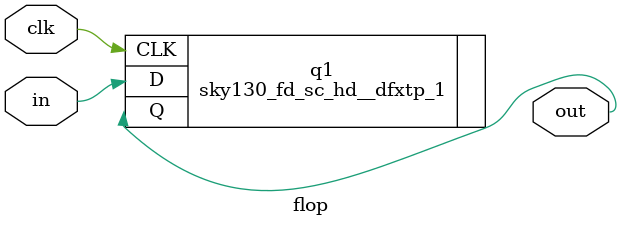
<source format=v>
`default_nettype none

module flop (
    input wire in,
    input wire clk,
    output wire out);

//  DFF_X1 q1 (.D(in), .CK(clk), .Q(out));
  sky130_fd_sc_hd__dfxtp_1 q1(.D(in), .CLK(clk), .Q(out));
endmodule


</source>
